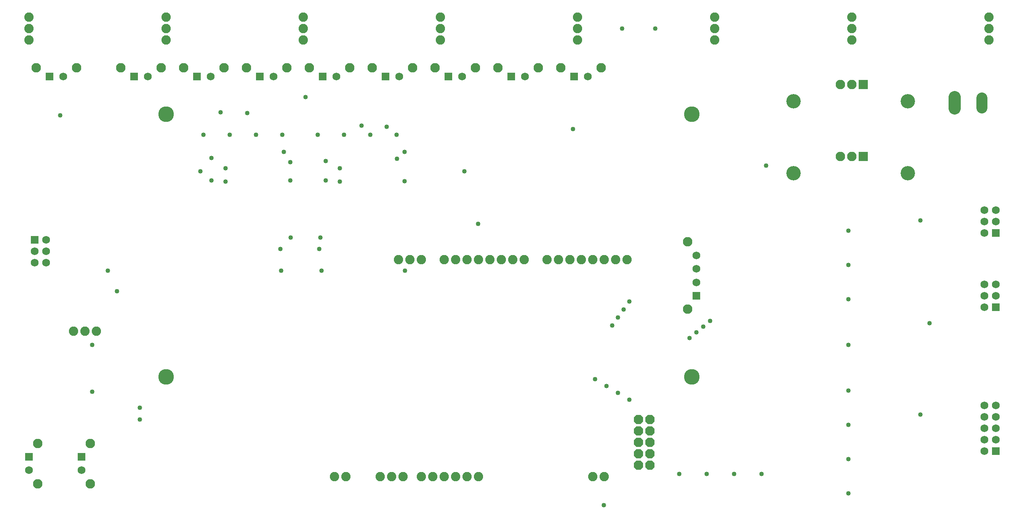
<source format=gbr>
G04 EAGLE Gerber RS-274X export*
G75*
%MOMM*%
%FSLAX34Y34*%
%LPD*%
%INSoldermask Bottom*%
%IPPOS*%
%AMOC8*
5,1,8,0,0,1.08239X$1,22.5*%
G01*
G04 Define Apertures*
%ADD10C,3.479800*%
%ADD11C,2.082800*%
%ADD12P,2.2544X8X292.5*%
%ADD13R,1.733200X1.733200*%
%ADD14C,1.733200*%
%ADD15C,2.108200*%
%ADD16C,2.703200*%
%ADD17C,2.453200*%
%ADD18R,2.108200X2.108200*%
%ADD19C,3.203200*%
%ADD20C,1.016000*%
D10*
X1549400Y889000D03*
X1549400Y304800D03*
X381000Y304800D03*
X381000Y889000D03*
D11*
X1252381Y565511D03*
X1277781Y565511D03*
X1303181Y565511D03*
X1226981Y565511D03*
X1328581Y82911D03*
X1353981Y82911D03*
X1023781Y565511D03*
X1049181Y565511D03*
X1074581Y565511D03*
X1099981Y565511D03*
X1125381Y565511D03*
X1150781Y565511D03*
X1176181Y565511D03*
X998381Y565511D03*
X972981Y82911D03*
X998381Y82911D03*
X1023781Y82911D03*
X1049181Y82911D03*
X1074581Y82911D03*
X947581Y82911D03*
X754541Y82911D03*
X881541Y82911D03*
X906941Y82911D03*
D12*
X1455581Y184511D03*
X1430181Y184511D03*
X1455581Y159111D03*
X1430181Y159111D03*
X1455581Y133711D03*
X1430181Y133711D03*
X1455581Y108311D03*
X1430181Y108311D03*
D11*
X922181Y565511D03*
X947581Y565511D03*
X896781Y565511D03*
X1328581Y565511D03*
X1353981Y565511D03*
X1379381Y565511D03*
X1404781Y565511D03*
D12*
X1430181Y209911D03*
X1455581Y209911D03*
D11*
X856141Y82911D03*
X779941Y82911D03*
D13*
X1148080Y972820D03*
D14*
X1178080Y972820D03*
D15*
X1118080Y992420D03*
X1208080Y992420D03*
D13*
X1008380Y972820D03*
D14*
X1038380Y972820D03*
D15*
X978380Y992420D03*
X1068380Y992420D03*
D13*
X868680Y972820D03*
D14*
X898680Y972820D03*
D15*
X838680Y992420D03*
X928680Y992420D03*
D13*
X2225040Y139700D03*
D14*
X2199640Y139700D03*
X2225040Y165100D03*
X2199640Y165100D03*
X2225040Y190500D03*
X2199640Y190500D03*
X2225040Y215900D03*
X2199640Y215900D03*
X2225040Y241300D03*
X2199640Y241300D03*
D13*
X1559530Y485140D03*
D14*
X1559530Y515140D03*
X1559530Y545140D03*
X1559530Y575140D03*
D15*
X1539930Y455140D03*
X1539930Y605140D03*
D16*
X2133600Y901900D02*
X2133600Y926900D01*
D17*
X2193600Y925650D02*
X2193600Y903150D01*
D11*
X2209800Y1104900D03*
X2209800Y1079500D03*
X2209800Y1054100D03*
X1905000Y1104900D03*
X1905000Y1079500D03*
X1905000Y1054100D03*
X1600200Y1104900D03*
X1600200Y1079500D03*
X1600200Y1054100D03*
X1295400Y1104900D03*
X1295400Y1079500D03*
X1295400Y1054100D03*
X990600Y1104900D03*
X990600Y1079500D03*
X990600Y1054100D03*
X685800Y1104900D03*
X685800Y1079500D03*
X685800Y1054100D03*
X381000Y1104900D03*
X381000Y1079500D03*
X381000Y1054100D03*
X76200Y1104900D03*
X76200Y1079500D03*
X76200Y1054100D03*
D13*
X728980Y972820D03*
D14*
X758980Y972820D03*
D15*
X698980Y992420D03*
X788980Y992420D03*
D13*
X589280Y972820D03*
D14*
X619280Y972820D03*
D15*
X559280Y992420D03*
X649280Y992420D03*
D13*
X449580Y972820D03*
D14*
X479580Y972820D03*
D15*
X419580Y992420D03*
X509580Y992420D03*
D13*
X309880Y972820D03*
D14*
X339880Y972820D03*
D15*
X279880Y992420D03*
X369880Y992420D03*
D11*
X226060Y406400D03*
X200660Y406400D03*
X175260Y406400D03*
D18*
X1930400Y795020D03*
D15*
X1905000Y795020D03*
X1879600Y795020D03*
D18*
X1930400Y955040D03*
D15*
X1905000Y955040D03*
X1879600Y955040D03*
D19*
X1775460Y917433D03*
X2029460Y917433D03*
X1775460Y757413D03*
X2029460Y757413D03*
D13*
X121920Y972820D03*
D14*
X151920Y972820D03*
D15*
X91920Y992420D03*
X181920Y992420D03*
D13*
X2225040Y624840D03*
D14*
X2199640Y624840D03*
X2225040Y650240D03*
X2199640Y650240D03*
X2225040Y675640D03*
X2199640Y675640D03*
D13*
X2225040Y459740D03*
D14*
X2199640Y459740D03*
X2225040Y485140D03*
X2199640Y485140D03*
X2225040Y510540D03*
X2199640Y510540D03*
D13*
X193040Y127000D03*
D14*
X193040Y97000D03*
D15*
X212640Y157000D03*
X212640Y67000D03*
D13*
X76200Y127000D03*
D14*
X76200Y97000D03*
D15*
X95800Y157000D03*
X95800Y67000D03*
D13*
X88900Y609600D03*
D14*
X114300Y609600D03*
X88900Y584200D03*
X114300Y584200D03*
X88900Y558800D03*
X114300Y558800D03*
D13*
X1287780Y972820D03*
D14*
X1317780Y972820D03*
D15*
X1257780Y992420D03*
X1347780Y992420D03*
D20*
X2057400Y220980D03*
X2077720Y424180D03*
X2057400Y652780D03*
X1590040Y429260D03*
X1410215Y472440D03*
X1544320Y391160D03*
X1372115Y419100D03*
X1559560Y403860D03*
X1384815Y436880D03*
X1574800Y416560D03*
X1397515Y454660D03*
X1521460Y88900D03*
X1334015Y299720D03*
X1582420Y88900D03*
X1359415Y284480D03*
X1643380Y88900D03*
X1384815Y269240D03*
X1704340Y88900D03*
X1410215Y254000D03*
X1897380Y45470D03*
X1897380Y274070D03*
X1897380Y197870D03*
X1897380Y121670D03*
X1897380Y477270D03*
X1897380Y553470D03*
X1897380Y629670D03*
X1897380Y375920D03*
X216410Y375920D03*
X216410Y271780D03*
X145440Y886460D03*
X657860Y614680D03*
X642620Y805180D03*
X894080Y789940D03*
X723900Y614680D03*
X271780Y495300D03*
X1714500Y774700D03*
X1285240Y855980D03*
X1074420Y645160D03*
X638810Y843280D03*
X1468120Y1079500D03*
X1394460Y1079500D03*
X463590Y843280D03*
X522010Y843280D03*
X892850Y843280D03*
X834430Y843280D03*
X776010Y843280D03*
X580430Y843280D03*
X717590Y843280D03*
X635000Y589280D03*
X721360Y589280D03*
X910550Y805180D03*
X910550Y739960D03*
X767080Y739140D03*
X767080Y769066D03*
X815340Y863600D03*
X735290Y784860D03*
X735290Y741680D03*
X871220Y861060D03*
X690880Y926800D03*
X1353820Y19050D03*
X322210Y209911D03*
X322210Y236220D03*
X656550Y782320D03*
X656550Y741680D03*
X513080Y739140D03*
X513080Y769066D03*
X501781Y892810D03*
X481290Y741680D03*
X481290Y791505D03*
X561340Y891540D03*
X457200Y761700D03*
X911860Y541020D03*
X726440Y541020D03*
X636270Y541020D03*
X251460Y541020D03*
X1043940Y761700D03*
M02*

</source>
